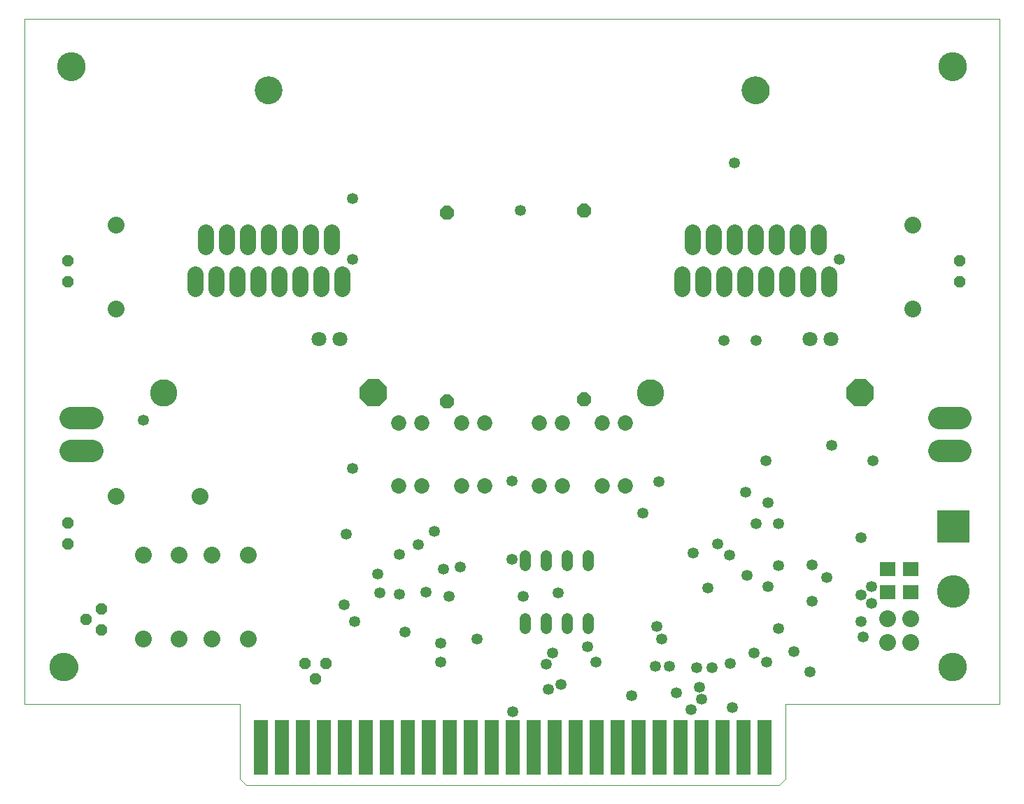
<source format=gko>
G75*
G70*
%OFA0B0*%
%FSLAX24Y24*%
%IPPOS*%
%LPD*%
%AMOC8*
5,1,8,0,0,1.08239X$1,22.5*
%
%ADD10C,0.0000*%
%ADD11C,0.0769*%
%ADD12C,0.1064*%
%ADD13C,0.0729*%
%ADD14OC8,0.0540*%
%ADD15C,0.0800*%
%ADD16OC8,0.0660*%
%ADD17C,0.0710*%
%ADD18C,0.1300*%
%ADD19OC8,0.1300*%
%ADD20R,0.1560X0.1560*%
%ADD21C,0.1560*%
%ADD22C,0.1360*%
%ADD23R,0.0660X0.2610*%
%ADD24C,0.1320*%
%ADD25C,0.0540*%
%ADD26R,0.0769X0.0690*%
%ADD27C,0.0532*%
D10*
X000102Y005856D02*
X000100Y038516D01*
X046584Y038516D01*
X046586Y005856D01*
X037374Y005856D01*
X037378Y005855D02*
X036378Y005855D01*
X036378Y002300D01*
X036078Y002000D01*
X010678Y002000D01*
X010378Y002300D01*
X010378Y005855D01*
X009378Y005855D01*
X009382Y005856D02*
X000102Y005856D01*
X001334Y007628D02*
X001336Y007678D01*
X001342Y007728D01*
X001352Y007778D01*
X001365Y007826D01*
X001382Y007874D01*
X001403Y007920D01*
X001427Y007964D01*
X001455Y008006D01*
X001486Y008046D01*
X001520Y008083D01*
X001557Y008118D01*
X001596Y008149D01*
X001637Y008178D01*
X001681Y008203D01*
X001727Y008225D01*
X001774Y008243D01*
X001822Y008257D01*
X001871Y008268D01*
X001921Y008275D01*
X001971Y008278D01*
X002022Y008277D01*
X002072Y008272D01*
X002122Y008263D01*
X002170Y008251D01*
X002218Y008234D01*
X002264Y008214D01*
X002309Y008191D01*
X002352Y008164D01*
X002392Y008134D01*
X002430Y008101D01*
X002465Y008065D01*
X002498Y008026D01*
X002527Y007985D01*
X002553Y007942D01*
X002576Y007897D01*
X002595Y007850D01*
X002610Y007802D01*
X002622Y007753D01*
X002630Y007703D01*
X002634Y007653D01*
X002634Y007603D01*
X002630Y007553D01*
X002622Y007503D01*
X002610Y007454D01*
X002595Y007406D01*
X002576Y007359D01*
X002553Y007314D01*
X002527Y007271D01*
X002498Y007230D01*
X002465Y007191D01*
X002430Y007155D01*
X002392Y007122D01*
X002352Y007092D01*
X002309Y007065D01*
X002264Y007042D01*
X002218Y007022D01*
X002170Y007005D01*
X002122Y006993D01*
X002072Y006984D01*
X002022Y006979D01*
X001971Y006978D01*
X001921Y006981D01*
X001871Y006988D01*
X001822Y006999D01*
X001774Y007013D01*
X001727Y007031D01*
X001681Y007053D01*
X001637Y007078D01*
X001596Y007107D01*
X001557Y007138D01*
X001520Y007173D01*
X001486Y007210D01*
X001455Y007250D01*
X001427Y007292D01*
X001403Y007336D01*
X001382Y007382D01*
X001365Y007430D01*
X001352Y007478D01*
X001342Y007528D01*
X001336Y007578D01*
X001334Y007628D01*
X011094Y035116D02*
X011096Y035166D01*
X011102Y035216D01*
X011112Y035265D01*
X011126Y035313D01*
X011143Y035360D01*
X011164Y035405D01*
X011189Y035449D01*
X011217Y035490D01*
X011249Y035529D01*
X011283Y035566D01*
X011320Y035600D01*
X011360Y035630D01*
X011402Y035657D01*
X011446Y035681D01*
X011492Y035702D01*
X011539Y035718D01*
X011587Y035731D01*
X011637Y035740D01*
X011686Y035745D01*
X011737Y035746D01*
X011787Y035743D01*
X011836Y035736D01*
X011885Y035725D01*
X011933Y035710D01*
X011979Y035692D01*
X012024Y035670D01*
X012067Y035644D01*
X012108Y035615D01*
X012147Y035583D01*
X012183Y035548D01*
X012215Y035510D01*
X012245Y035470D01*
X012272Y035427D01*
X012295Y035383D01*
X012314Y035337D01*
X012330Y035289D01*
X012342Y035240D01*
X012350Y035191D01*
X012354Y035141D01*
X012354Y035091D01*
X012350Y035041D01*
X012342Y034992D01*
X012330Y034943D01*
X012314Y034895D01*
X012295Y034849D01*
X012272Y034805D01*
X012245Y034762D01*
X012215Y034722D01*
X012183Y034684D01*
X012147Y034649D01*
X012108Y034617D01*
X012067Y034588D01*
X012024Y034562D01*
X011979Y034540D01*
X011933Y034522D01*
X011885Y034507D01*
X011836Y034496D01*
X011787Y034489D01*
X011737Y034486D01*
X011686Y034487D01*
X011637Y034492D01*
X011587Y034501D01*
X011539Y034514D01*
X011492Y034530D01*
X011446Y034551D01*
X011402Y034575D01*
X011360Y034602D01*
X011320Y034632D01*
X011283Y034666D01*
X011249Y034703D01*
X011217Y034742D01*
X011189Y034783D01*
X011164Y034827D01*
X011143Y034872D01*
X011126Y034919D01*
X011112Y034967D01*
X011102Y035016D01*
X011096Y035066D01*
X011094Y035116D01*
X001674Y036240D02*
X001676Y036290D01*
X001682Y036340D01*
X001692Y036390D01*
X001705Y036438D01*
X001722Y036486D01*
X001743Y036532D01*
X001767Y036576D01*
X001795Y036618D01*
X001826Y036658D01*
X001860Y036695D01*
X001897Y036730D01*
X001936Y036761D01*
X001977Y036790D01*
X002021Y036815D01*
X002067Y036837D01*
X002114Y036855D01*
X002162Y036869D01*
X002211Y036880D01*
X002261Y036887D01*
X002311Y036890D01*
X002362Y036889D01*
X002412Y036884D01*
X002462Y036875D01*
X002510Y036863D01*
X002558Y036846D01*
X002604Y036826D01*
X002649Y036803D01*
X002692Y036776D01*
X002732Y036746D01*
X002770Y036713D01*
X002805Y036677D01*
X002838Y036638D01*
X002867Y036597D01*
X002893Y036554D01*
X002916Y036509D01*
X002935Y036462D01*
X002950Y036414D01*
X002962Y036365D01*
X002970Y036315D01*
X002974Y036265D01*
X002974Y036215D01*
X002970Y036165D01*
X002962Y036115D01*
X002950Y036066D01*
X002935Y036018D01*
X002916Y035971D01*
X002893Y035926D01*
X002867Y035883D01*
X002838Y035842D01*
X002805Y035803D01*
X002770Y035767D01*
X002732Y035734D01*
X002692Y035704D01*
X002649Y035677D01*
X002604Y035654D01*
X002558Y035634D01*
X002510Y035617D01*
X002462Y035605D01*
X002412Y035596D01*
X002362Y035591D01*
X002311Y035590D01*
X002261Y035593D01*
X002211Y035600D01*
X002162Y035611D01*
X002114Y035625D01*
X002067Y035643D01*
X002021Y035665D01*
X001977Y035690D01*
X001936Y035719D01*
X001897Y035750D01*
X001860Y035785D01*
X001826Y035822D01*
X001795Y035862D01*
X001767Y035904D01*
X001743Y035948D01*
X001722Y035994D01*
X001705Y036042D01*
X001692Y036090D01*
X001682Y036140D01*
X001676Y036190D01*
X001674Y036240D01*
X034323Y035116D02*
X034325Y035166D01*
X034331Y035216D01*
X034341Y035265D01*
X034355Y035313D01*
X034372Y035360D01*
X034393Y035405D01*
X034418Y035449D01*
X034446Y035490D01*
X034478Y035529D01*
X034512Y035566D01*
X034549Y035600D01*
X034589Y035630D01*
X034631Y035657D01*
X034675Y035681D01*
X034721Y035702D01*
X034768Y035718D01*
X034816Y035731D01*
X034866Y035740D01*
X034915Y035745D01*
X034966Y035746D01*
X035016Y035743D01*
X035065Y035736D01*
X035114Y035725D01*
X035162Y035710D01*
X035208Y035692D01*
X035253Y035670D01*
X035296Y035644D01*
X035337Y035615D01*
X035376Y035583D01*
X035412Y035548D01*
X035444Y035510D01*
X035474Y035470D01*
X035501Y035427D01*
X035524Y035383D01*
X035543Y035337D01*
X035559Y035289D01*
X035571Y035240D01*
X035579Y035191D01*
X035583Y035141D01*
X035583Y035091D01*
X035579Y035041D01*
X035571Y034992D01*
X035559Y034943D01*
X035543Y034895D01*
X035524Y034849D01*
X035501Y034805D01*
X035474Y034762D01*
X035444Y034722D01*
X035412Y034684D01*
X035376Y034649D01*
X035337Y034617D01*
X035296Y034588D01*
X035253Y034562D01*
X035208Y034540D01*
X035162Y034522D01*
X035114Y034507D01*
X035065Y034496D01*
X035016Y034489D01*
X034966Y034486D01*
X034915Y034487D01*
X034866Y034492D01*
X034816Y034501D01*
X034768Y034514D01*
X034721Y034530D01*
X034675Y034551D01*
X034631Y034575D01*
X034589Y034602D01*
X034549Y034632D01*
X034512Y034666D01*
X034478Y034703D01*
X034446Y034742D01*
X034418Y034783D01*
X034393Y034827D01*
X034372Y034872D01*
X034355Y034919D01*
X034341Y034967D01*
X034331Y035016D01*
X034325Y035066D01*
X034323Y035116D01*
X043673Y036240D02*
X043675Y036290D01*
X043681Y036340D01*
X043691Y036390D01*
X043704Y036438D01*
X043721Y036486D01*
X043742Y036532D01*
X043766Y036576D01*
X043794Y036618D01*
X043825Y036658D01*
X043859Y036695D01*
X043896Y036730D01*
X043935Y036761D01*
X043976Y036790D01*
X044020Y036815D01*
X044066Y036837D01*
X044113Y036855D01*
X044161Y036869D01*
X044210Y036880D01*
X044260Y036887D01*
X044310Y036890D01*
X044361Y036889D01*
X044411Y036884D01*
X044461Y036875D01*
X044509Y036863D01*
X044557Y036846D01*
X044603Y036826D01*
X044648Y036803D01*
X044691Y036776D01*
X044731Y036746D01*
X044769Y036713D01*
X044804Y036677D01*
X044837Y036638D01*
X044866Y036597D01*
X044892Y036554D01*
X044915Y036509D01*
X044934Y036462D01*
X044949Y036414D01*
X044961Y036365D01*
X044969Y036315D01*
X044973Y036265D01*
X044973Y036215D01*
X044969Y036165D01*
X044961Y036115D01*
X044949Y036066D01*
X044934Y036018D01*
X044915Y035971D01*
X044892Y035926D01*
X044866Y035883D01*
X044837Y035842D01*
X044804Y035803D01*
X044769Y035767D01*
X044731Y035734D01*
X044691Y035704D01*
X044648Y035677D01*
X044603Y035654D01*
X044557Y035634D01*
X044509Y035617D01*
X044461Y035605D01*
X044411Y035596D01*
X044361Y035591D01*
X044310Y035590D01*
X044260Y035593D01*
X044210Y035600D01*
X044161Y035611D01*
X044113Y035625D01*
X044066Y035643D01*
X044020Y035665D01*
X043976Y035690D01*
X043935Y035719D01*
X043896Y035750D01*
X043859Y035785D01*
X043825Y035822D01*
X043794Y035862D01*
X043766Y035904D01*
X043742Y035948D01*
X043721Y035994D01*
X043704Y036042D01*
X043691Y036090D01*
X043681Y036140D01*
X043675Y036190D01*
X043673Y036240D01*
X043673Y007628D02*
X043675Y007678D01*
X043681Y007728D01*
X043691Y007778D01*
X043704Y007826D01*
X043721Y007874D01*
X043742Y007920D01*
X043766Y007964D01*
X043794Y008006D01*
X043825Y008046D01*
X043859Y008083D01*
X043896Y008118D01*
X043935Y008149D01*
X043976Y008178D01*
X044020Y008203D01*
X044066Y008225D01*
X044113Y008243D01*
X044161Y008257D01*
X044210Y008268D01*
X044260Y008275D01*
X044310Y008278D01*
X044361Y008277D01*
X044411Y008272D01*
X044461Y008263D01*
X044509Y008251D01*
X044557Y008234D01*
X044603Y008214D01*
X044648Y008191D01*
X044691Y008164D01*
X044731Y008134D01*
X044769Y008101D01*
X044804Y008065D01*
X044837Y008026D01*
X044866Y007985D01*
X044892Y007942D01*
X044915Y007897D01*
X044934Y007850D01*
X044949Y007802D01*
X044961Y007753D01*
X044969Y007703D01*
X044973Y007653D01*
X044973Y007603D01*
X044969Y007553D01*
X044961Y007503D01*
X044949Y007454D01*
X044934Y007406D01*
X044915Y007359D01*
X044892Y007314D01*
X044866Y007271D01*
X044837Y007230D01*
X044804Y007191D01*
X044769Y007155D01*
X044731Y007122D01*
X044691Y007092D01*
X044648Y007065D01*
X044603Y007042D01*
X044557Y007022D01*
X044509Y007005D01*
X044461Y006993D01*
X044411Y006984D01*
X044361Y006979D01*
X044310Y006978D01*
X044260Y006981D01*
X044210Y006988D01*
X044161Y006999D01*
X044113Y007013D01*
X044066Y007031D01*
X044020Y007053D01*
X043976Y007078D01*
X043935Y007107D01*
X043896Y007138D01*
X043859Y007173D01*
X043825Y007210D01*
X043794Y007250D01*
X043766Y007292D01*
X043742Y007336D01*
X043721Y007382D01*
X043704Y007430D01*
X043691Y007478D01*
X043681Y007528D01*
X043675Y007578D01*
X043673Y007628D01*
D11*
X038453Y025652D02*
X038453Y026360D01*
X037453Y026360D02*
X037453Y025652D01*
X036453Y025652D02*
X036453Y026360D01*
X035453Y026360D02*
X035453Y025652D01*
X034453Y025652D02*
X034453Y026360D01*
X033453Y026360D02*
X033453Y025652D01*
X032453Y025652D02*
X032453Y026360D01*
X031453Y026360D02*
X031453Y025652D01*
X031953Y027652D02*
X031953Y028360D01*
X032953Y028360D02*
X032953Y027652D01*
X033953Y027652D02*
X033953Y028360D01*
X034953Y028360D02*
X034953Y027652D01*
X035953Y027652D02*
X035953Y028360D01*
X036953Y028360D02*
X036953Y027652D01*
X037953Y027652D02*
X037953Y028360D01*
X015224Y026360D02*
X015224Y025652D01*
X014224Y025652D02*
X014224Y026360D01*
X013224Y026360D02*
X013224Y025652D01*
X012224Y025652D02*
X012224Y026360D01*
X011224Y026360D02*
X011224Y025652D01*
X010224Y025652D02*
X010224Y026360D01*
X009224Y026360D02*
X009224Y025652D01*
X008224Y025652D02*
X008224Y026360D01*
X008724Y027652D02*
X008724Y028360D01*
X009724Y028360D02*
X009724Y027652D01*
X010724Y027652D02*
X010724Y028360D01*
X011724Y028360D02*
X011724Y027652D01*
X012724Y027652D02*
X012724Y028360D01*
X013724Y028360D02*
X013724Y027652D01*
X014724Y027652D02*
X014724Y028360D01*
D12*
X003323Y019471D02*
X002319Y019471D01*
X002319Y017911D02*
X003323Y017911D01*
X043716Y017911D02*
X044720Y017911D01*
X044720Y019471D02*
X043716Y019471D01*
D13*
X028734Y019241D03*
X027634Y019241D03*
X025734Y019241D03*
X024634Y019241D03*
X022034Y019241D03*
X020934Y019241D03*
X019034Y019241D03*
X017934Y019241D03*
X017934Y016241D03*
X019034Y016241D03*
X020934Y016241D03*
X022034Y016241D03*
X024634Y016241D03*
X025734Y016241D03*
X027634Y016241D03*
X028734Y016241D03*
D14*
X014484Y007791D03*
X013984Y007041D03*
X013484Y007791D03*
X003784Y009391D03*
X003034Y009891D03*
X003784Y010391D03*
X002184Y013491D03*
X002184Y014491D03*
X002184Y025991D03*
X002184Y026991D03*
X044684Y026991D03*
X044684Y025991D03*
D15*
X042434Y024691D03*
X042434Y028691D03*
X042334Y009911D03*
X041234Y009911D03*
X041234Y008771D03*
X042334Y008771D03*
X010784Y008941D03*
X009034Y008941D03*
X007484Y008941D03*
X005784Y008941D03*
X005784Y012941D03*
X007484Y012941D03*
X009034Y012941D03*
X010784Y012941D03*
X008484Y015741D03*
X004484Y015741D03*
X004484Y024691D03*
X004484Y028691D03*
D16*
X020234Y029291D03*
X026784Y029391D03*
X026784Y020391D03*
X020234Y020291D03*
D17*
X015134Y023241D03*
X014134Y023241D03*
X037534Y023241D03*
X038534Y023241D03*
D18*
X029944Y020691D03*
X006724Y020691D03*
D19*
X016724Y020691D03*
X039944Y020691D03*
D20*
X044369Y014311D03*
D21*
X044369Y011206D03*
D22*
X044323Y007628D03*
X044323Y036240D03*
X002324Y036240D03*
X001984Y007628D03*
D23*
X011378Y003800D03*
X012378Y003800D03*
X013378Y003800D03*
X014378Y003800D03*
X015378Y003800D03*
X016378Y003800D03*
X017378Y003800D03*
X018378Y003800D03*
X019378Y003800D03*
X020378Y003800D03*
X021378Y003800D03*
X022378Y003800D03*
X023378Y003800D03*
X024378Y003800D03*
X025378Y003800D03*
X026378Y003800D03*
X027378Y003800D03*
X028378Y003800D03*
X029378Y003800D03*
X030378Y003800D03*
X031378Y003800D03*
X032378Y003800D03*
X033378Y003800D03*
X034378Y003800D03*
X035378Y003800D03*
D24*
X034953Y035116D03*
X011724Y035116D03*
D25*
X023984Y012931D02*
X023984Y012451D01*
X024984Y012451D02*
X024984Y012931D01*
X025984Y012931D02*
X025984Y012451D01*
X026984Y012451D02*
X026984Y012931D01*
X026984Y009931D02*
X026984Y009451D01*
X025984Y009451D02*
X025984Y009931D01*
X024984Y009931D02*
X024984Y009451D01*
X023984Y009451D02*
X023984Y009931D01*
D26*
X041234Y011190D03*
X042334Y011190D03*
X042334Y012292D03*
X041234Y012292D03*
D27*
X040484Y011441D03*
X039984Y011041D03*
X040484Y010641D03*
X039984Y009791D03*
X040084Y009041D03*
X037634Y010741D03*
X038334Y011891D03*
X037634Y012491D03*
X036034Y012441D03*
X035534Y011441D03*
X034534Y011991D03*
X033694Y012941D03*
X033134Y013491D03*
X031984Y013041D03*
X032684Y011391D03*
X030234Y009541D03*
X030484Y008941D03*
X030184Y007641D03*
X030834Y007641D03*
X031184Y006391D03*
X031884Y005591D03*
X032384Y006091D03*
X032284Y006641D03*
X032134Y007591D03*
X032884Y007591D03*
X033734Y007791D03*
X034884Y008291D03*
X035484Y007841D03*
X036784Y008341D03*
X037534Y007391D03*
X036034Y009441D03*
X033834Y005691D03*
X029034Y006241D03*
X027334Y007841D03*
X026934Y008591D03*
X025284Y008291D03*
X024984Y007741D03*
X025684Y006791D03*
X025084Y006541D03*
X023384Y005491D03*
X019934Y007841D03*
X019934Y008741D03*
X021684Y008941D03*
X020334Y010991D03*
X019234Y011191D03*
X017984Y011091D03*
X017034Y011141D03*
X016934Y012041D03*
X017984Y012991D03*
X018884Y013441D03*
X019634Y014091D03*
X020884Y012391D03*
X020084Y012291D03*
X023334Y012741D03*
X023884Y010991D03*
X025534Y011141D03*
X029584Y014941D03*
X030334Y016441D03*
X034484Y015941D03*
X035534Y015441D03*
X036034Y014441D03*
X034984Y014441D03*
X035434Y017441D03*
X038584Y018191D03*
X040534Y017441D03*
X039984Y013791D03*
X034984Y023191D03*
X033434Y023191D03*
X038934Y027041D03*
X033934Y031641D03*
X023734Y029391D03*
X015734Y029941D03*
X015734Y027041D03*
X005784Y019391D03*
X015434Y013941D03*
X015734Y017091D03*
X023334Y016491D03*
X015334Y010591D03*
X015834Y009791D03*
X018234Y009291D03*
M02*

</source>
